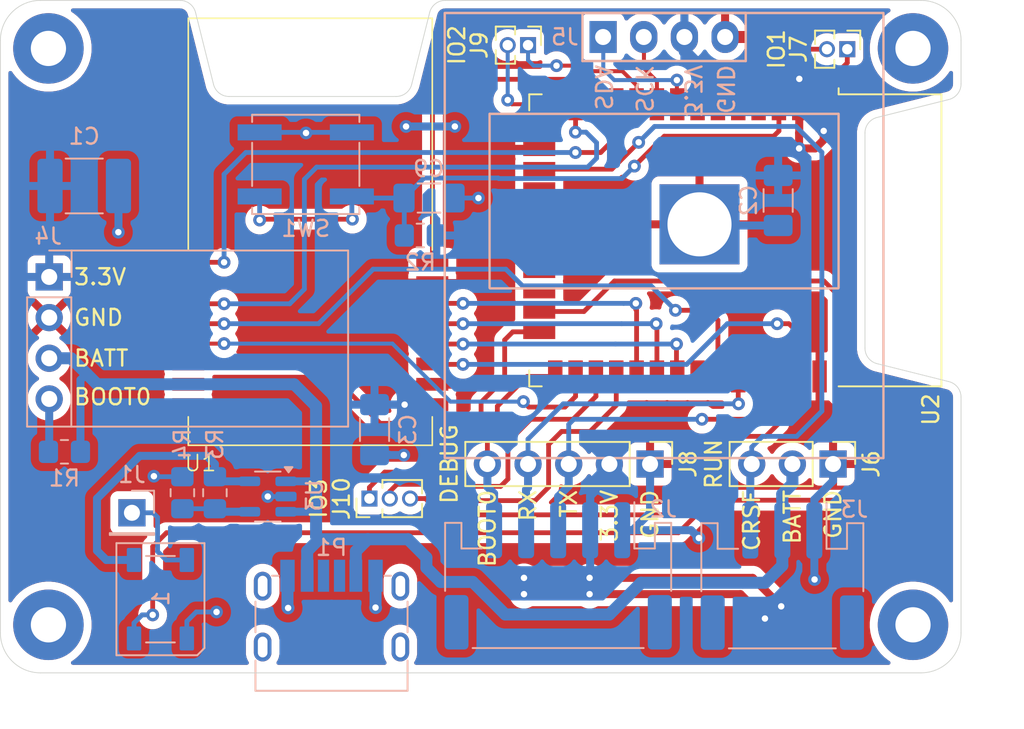
<source format=kicad_pcb>
(kicad_pcb (version 20241229) (generator "pcbnew") (generator_version "9.0")
  (layers (0 "F.Cu" signal) (2 "B.Cu" signal) (13 "F.Paste" user) (15 "B.Paste" user) (5 "F.SilkS" user "F.Silkscreen") (7 "B.SilkS" user "B.Silkscreen") (1 "F.Mask" user) (3 "B.Mask" user) (25 "Edge.Cuts" user))
  (net 0 "")
  (net 1 "Net-(D1-DOUT)")
  (net 2 "/OLED_SCK")
  (net 3 "/OLED_SDA")
  (net 4 "/ESP32_BOOT0")
  (net 5 "/ESP32_RX")
  (net 6 "/ESP32_TX")
  (net 7 "+3.3V")
  (net 8 "GND")
  (net 9 "+BATT")
  (net 10 "/CRSF_RX_TX")
  (net 12 "/E28_MISO_RX")
  (net 13 "/IO35")
  (net 16 "/E28_NSS_CTS")
  (net 18 "/E28_MISO_TX")
  (net 19 "/E28_RX_EN")
  (net 20 "/E28_NRESET")
  (net 21 "/IO34")
  (net 22 "/E28_DIO2")
  (net 23 "/E28_TX_EN")
  (net 24 "/IO25")
  (net 26 "/LED_RGB")
  (net 27 "/IO12")
  (net 28 "/E28_BUSY")
  (net 32 "/IO22")
  (net 33 "/E28_SCK_RTS")
  (net 34 "/IO17")
  (net 36 "/E28_DIO1")
  (net 37 "/IO16")
  (net 38 "Net-(J4-Pin_4)")
  (net 40 "+5V")
  (net 47 "/EN")
  (net 48 "Net-(U3-ADJ)")
  (footprint "Connector_PinHeader_2.54mm:PinHeader_1x05_P2.54mm_Vertical" (layer "F.Cu") (at 120.576 68.956 -90)
    (property "Reference" "J8")
    (property "Value" "DEBUG")
  )
  (footprint "Connector_PinHeader_1.27mm:PinHeader_1x03_P1.27mm_Vertical" (layer "F.Cu") (at 103.05 71.115 90)
    (property "Reference" "J10")
    (property "Value" "IO3")
  )
  (footprint "MountingHole:MountingHole_2.2mm_M2_Pad" (layer "F.Cu") (at 83 79)
    (property "Reference" "H2" (hide yes))
    (property "Value" "MountingHole" (hide yes))
  )
  (footprint "elrs_tx_full:E28-2G4M27S" (layer "F.Cu") (at 99.3548 55.0876)
    (property "Reference" "U1")
    (property "Value" "E28-2G4M27S-MY" (hide yes))
  )
  (footprint "MountingHole:MountingHole_2.2mm_M2_Pad" (layer "F.Cu") (at 83 43)
    (property "Reference" "H1" (hide yes))
    (property "Value" "MountingHole" (hide yes))
  )
  (footprint "MountingHole:MountingHole_2.2mm_M2_Pad" (layer "F.Cu") (at 137 79)
    (property "Reference" "H4" (hide yes))
    (property "Value" "MountingHole" (hide yes))
  )
  (footprint "Connector_PinHeader_2.54mm:PinHeader_1x03_P2.54mm_Vertical" (layer "F.Cu") (at 132.006 68.956 -90)
    (property "Reference" "J6")
    (property "Value" "RUN")
  )
  (footprint "Connector_PinHeader_1.27mm:PinHeader_1x02_P1.27mm_Vertical" (layer "F.Cu") (at 112.956 42.794 -90)
    (property "Reference" "J9")
    (property "Value" "IO2")
  )
  (footprint "elrs_tx_full:ESP32-WROOM-32_zhaw" (layer "F.Cu") (at 122.91 54.986 -90)
    (property "Reference" "U2")
    (property "Value" "ESP32-WROOM-32-MY")
  )
  (footprint "MountingHole:MountingHole_2.2mm_M2_Pad" (layer "F.Cu") (at 137 43)
    (property "Reference" "H3" (hide yes))
    (property "Value" "MountingHole" (hide yes))
  )
  (footprint "Connector_PinHeader_1.27mm:PinHeader_1x02_P1.27mm_Vertical" (layer "F.Cu") (at 132.895 43.048 -90)
    (property "Reference" "J7")
    (property "Value" "IO1")
  )
  (footprint "Capacitor_SMD:C_1206_3216Metric_Pad1.33x1.80mm_HandSolder" (layer "B.Cu") (at 106.7715 52.3444)
    (property "Reference" "C9")
    (property "Value" "10uF")
  )
  (footprint "elrs_tx_full:USB_C_DEALON_009" (layer "B.Cu") (at 100.6804 76.286 180)
    (property "Reference" "P1")
    (property "Value" "USB_C_Plug_USB2.0")
  )
  (footprint "elrs_tx_full:OLED_27.3x27.8mm_no_holes" (layer "B.Cu") (at 121.4528 42.286 180)
    (property "Reference" "J5")
    (property "Value" "OLED_I2C")
  )
  (footprint "Button_Switch_SMD:SW_SPST_EVQP0" (layer "B.Cu") (at 99.072 50.2428 180)
    (property "Reference" "SW1")
    (property "Value" "RESET")
  )
  (footprint "Connector_PinHeader_2.54mm:PinHeader_1x01_P2.54mm_Vertical" (layer "B.Cu") (at 88.2164 72.004 180)
    (property "Reference" "J1")
    (property "Value" "LED Chain")
  )
  (footprint "Connector_JST:JST_PH_S5B-PH-SM4-TB_1x05-1MP_P2.00mm_Horizontal" (layer "B.Cu") (at 114.8356 75.941 180)
    (property "Reference" "J2")
    (property "Value" "DEBUG")
  )
  (footprint "Resistor_SMD:R_0805_2012Metric_Pad1.20x1.40mm_HandSolder" (layer "B.Cu") (at 84 68.194)
    (property "Reference" "R1")
    (property "Value" "10k")
  )
  (footprint "elrs_tx_full:DC_DC_20x11" (layer "B.Cu") (at 83.048 57.272 180)
    (property "Reference" "J4")
    (property "Value" "DC_DC")
  )
  (footprint "Capacitor_SMD:C_1812_4532Metric_Pad1.57x3.40mm_HandSolder" (layer "B.Cu") (at 85.2363 51.5902)
    (property "Reference" "C1")
    (property "Value" "10uF")
  )
  (footprint "Capacitor_SMD:C_1206_3216Metric_Pad1.33x1.80mm_HandSolder" (layer "B.Cu") (at 103.368 66.8101 -90)
    (property "Reference" "C3")
    (property "Value" "10uF")
  )
  (footprint "LED_SMD:LED_WS2812B_PLCC4_5.0x5.0mm_P3.2mm" (layer "B.Cu") (at 89.9954 77.4004 -90)
    (property "Reference" "D1" (hide yes))
    (property "Value" "WS2812B")
  )
  (footprint "Resistor_SMD:R_0805_2012Metric_Pad1.20x1.40mm_HandSolder" (layer "B.Cu") (at 93.398 70.75 -90)
    (property "Reference" "R3")
    (property "Value" "56k")
  )
  (footprint "Connector_JST:JST_PH_S3B-PH-SM4-TB_1x03-1MP_P2.00mm_Horizontal" (layer "B.Cu") (at 128.8376 75.962 180)
    (property "Reference" "J3")
    (property "Value" "RUN")
  )
  (footprint "Resistor_SMD:R_0805_2012Metric_Pad1.20x1.40mm_HandSolder" (layer "B.Cu") (at 106.225 54.6812)
    (property "Reference" "R2")
    (property "Value" "10k")
  )
  (footprint "Resistor_SMD:R_0805_2012Metric_Pad1.20x1.40mm_HandSolder" (layer "B.Cu") (at 91.366 70.75 90)
    (property "Reference" "R4")
    (property "Value" "22k")
  )
  (footprint "Package_TO_SOT_SMD:SOT-23-5" (layer "B.Cu") (at 96.7 70.988 180)
    (property "Reference" "U3")
    (property "Value" "SPX3819M5-L")
  )
  (footprint "Capacitor_SMD:C_1206_3216Metric_Pad1.33x1.80mm_HandSolder" (layer "B.Cu") (at 128.577 52.4968 -90)
    (property "Reference" "C2")
    (property "Value" "10uF")
  )
  (gr_arc (start 94.280776 46) (mid 93.665376 45.788196) (end 93.310634 45.242536) (stroke (width 0.05)) (layer "Edge.Cuts"))
  (gr_arc (start 91.219224 40) (mid 91.834636 40.211794) (end 92.189366 40.757464) (stroke (width 0.05)) (layer "Edge.Cuts"))
  (gr_line (start 137.5 82) (end 82.5 82) (stroke (width 0.05)) (layer "Edge.Cuts"))
  (gr_arc (start 82.5 82) (mid 80.732233 81.267767) (end 80 79.5) (stroke (width 0.05)) (layer "Edge.Cuts"))
  (gr_arc (start 105.689366 45.242536) (mid 105.334638 45.788214) (end 104.719224 46) (stroke (width 0.05)) (layer "Edge.Cuts"))
  (gr_line (start 139.242536 46.189366) (end 134.757464 47.310634) (stroke (width 0.05)) (layer "Edge.Cuts"))
  (gr_arc (start 140 45.219224) (mid 139.788196 45.834624) (end 139.242536 46.189366) (stroke (width 0.05)) (layer "Edge.Cuts"))
  (gr_arc (start 106.810634 40.757464) (mid 107.165362 40.211786) (end 107.780776 40) (stroke (width 0.05)) (layer "Edge.Cuts"))
  (gr_line (start 134.757464 62.689366) (end 139.242536 63.810634) (stroke (width 0.05)) (layer "Edge.Cuts"))
  (gr_line (start 105.689366 45.242536) (end 106.810634 40.757464) (stroke (width 0.05)) (layer "Edge.Cuts"))
  (gr_arc (start 134.757464 62.689366) (mid 134.211786 62.334638) (end 134 61.719224) (stroke (width 0.05)) (layer "Edge.Cuts"))
  (gr_line (start 107.780776 40) (end 137.5 40) (stroke (width 0.05)) (layer "Edge.Cuts"))
  (gr_line (start 82.5 40) (end 91.219224 40) (stroke (width 0.05)) (layer "Edge.Cuts"))
  (gr_line (start 92.189366 40.757464) (end 93.310634 45.242536) (stroke (width 0.05)) (layer "Edge.Cuts"))
  (gr_line (start 140 64.780776) (end 140 79.5) (stroke (width 0.05)) (layer "Edge.Cuts"))
  (gr_arc (start 139.242536 63.810634) (mid 139.788214 64.165362) (end 140 64.780776) (stroke (width 0.05)) (layer "Edge.Cuts"))
  (gr_line (start 80 79.5) (end 80 42.5) (stroke (width 0.05)) (layer "Edge.Cuts"))
  (gr_line (start 140 45.219224) (end 140 42.5) (stroke (width 0.05)) (layer "Edge.Cuts"))
  (gr_line (start 134 48.280776) (end 134 61.719224) (stroke (width 0.05)) (layer "Edge.Cuts"))
  (gr_line (start 94.280776 46) (end 104.719224 46) (stroke (width 0.05)) (layer "Edge.Cuts"))
  (gr_arc (start 134 48.280776) (mid 134.211804 47.665376) (end 134.757464 47.310634) (stroke (width 0.05)) (layer "Edge.Cuts"))
  (gr_arc (start 80 42.5) (mid 80.732233 40.732233) (end 82.5 40) (stroke (width 0.05)) (layer "Edge.Cuts"))
  (gr_arc (start 140 79.5) (mid 139.267767 81.267767) (end 137.5 82) (stroke (width 0.05)) (layer "Edge.Cuts"))
  (gr_arc (start 137.5 40) (mid 139.267767 40.732233) (end 140 42.5) (stroke (width 0.05)) (layer "Edge.Cuts"))
  (gr_text "GND" (at 132.006 70.48 90) (layer "F.SilkS") (effects (font (size 1 1)) (justify right)))
  (gr_text "GND" (at 84.508 59.812 0) (layer "F.SilkS") (effects (font (size 1 1)) (justify left)))
  (gr_text "TX" (at 115.496 70.48 90) (layer "F.SilkS") (effects (font (size 1 1)) (justify right)))
  (gr_text "BOOT0" (at 84.508 64.765 0) (layer "F.SilkS") (effects (font (size 1 1)) (justify left)))
  (gr_text "BATT" (at 84.508 62.352 0) (layer "F.SilkS") (effects (font (size 1 1)) (justify left)))
  (gr_text "BATT" (at 129.466 70.48 90) (layer "F.SilkS") (effects (font (size 1 1)) (justify right)))
  (gr_text "RX" (at 112.956 70.48 90) (layer "F.SilkS") (effects (font (size 1 1)) (justify right)))
  (gr_text "BOOT0" (at 110.416 70.48 90) (layer "F.SilkS") (effects (font (size 1 1)) (justify right)))
  (gr_text "GND" (at 120.576 70.48 90) (layer "F.SilkS") (effects (font (size 1 1)) (justify right)))
  (gr_text "3.3V" (at 84.508 57.272 0) (layer "F.SilkS") (effects (font (size 1 1)) (justify left)))
  (gr_text "3.3V" (at 118.036 70.48 90) (layer "F.SilkS") (effects (font (size 1 1)) (justify right)))
  (gr_text "CRSF" (at 126.926 70.48 90) (layer "F.SilkS") (effects (font (size 1 1)) (justify right)))
  (gr_text "3.3V" (at 123.243 43.937 270) (layer "B.SilkS") (effects (font (size 1 1)) (justify right mirror)))
  (gr_text "SDA" (at 117.655 43.937 270) (layer "B.SilkS") (effects (font (size 1 1)) (justify right mirror)))
  (gr_text "GND" (at 125.275 43.937 270) (layer "B.SilkS") (effects (font (size 1 1)) (justify right mirror)))
  (gr_text "SCK" (at 120.195 43.937 270) (layer "B.SilkS") (effects (font (size 1 1)) (justify right mirror)))
  (segment (start 89.8166 72.2834) (end 89.8166 74.417) (width 0.3) (layer "B.Cu") (net 1))
  (segment (start 88.2164 72.004) (end 89.5372 72.004) (width 0.3) (layer "B.Cu") (net 1))
  (segment (start 90.35 74.9504) (end 91.6454 74.9504) (width 0.3) (layer "B.Cu") (net 1))
  (segment (start 89.8166 74.417) (end 90.35 74.9504) (width 0.3) (layer "B.Cu") (net 1))
  (segment (start 89.5372 72.004) (end 89.8166 72.2834) (width 0.3) (layer "B.Cu") (net 1))
  (segment (start 120.195 42.2982) (end 120.1828 42.286) (width 0.25) (layer "F.Cu") (net 2))
  (segment (start 121.005 45.0518) (end 120.195 44.2418) (width 0.25) (layer "F.Cu") (net 2))
  (segment (start 121.005 46.486) (end 121.005 45.0518) (width 0.25) (layer "F.Cu") (net 2))
  (segment (start 120.195 44.2418) (end 120.195 42.2982) (width 0.25) (layer "F.Cu") (net 2))
  (segment (start 122.2524 46.4634) (end 122.275 46.486) (width 0.25) (layer "F.Cu") (net 3))
  (segment (start 122.2524 44.9784) (end 122.2524 46.4634) (width 0.25) (layer "F.Cu") (net 3))
  (via (at 122.2524 44.9784) (size 0.8) (drill 0.4) (layers "F.Cu" "B.Cu") (net 3))
  (segment (start 118.3408 44.9784) (end 122.2524 44.9784) (width 0.25) (layer "B.Cu") (net 3))
  (segment (start 117.655 44.2926) (end 118.3408 44.9784) (width 0.25) (layer "B.Cu") (net 3))
  (segment (start 117.6428 42.286) (end 117.655 42.2982) (width 0.25) (layer "B.Cu") (net 3))
  (segment (start 117.655 42.2982) (end 117.655 44.2926) (width 0.25) (layer "B.Cu") (net 3))
  (segment (start 111.0388 66.0604) (end 110.416 66.6832) (width 0.3) (layer "F.Cu") (net 4))
  (segment (start 110.416 66.6832) (end 110.416 68.956) (width 0.3) (layer "F.Cu") (net 4))
  (segment (start 114.655 63.486) (end 112.902 63.486) (width 0.3) (layer "F.Cu") (net 4))
  (segment (start 111.0388 65.3492) (end 111.0388 66.0604) (width 0.3) (layer "F.Cu") (net 4))
  (segment (start 112.902 63.486) (end 111.0388 65.3492) (width 0.3) (layer "F.Cu") (net 4))
  (segment (start 110.416 70.3784) (end 110.8356 70.798) (width 0.5) (layer "B.Cu") (net 4))
  (segment (start 110.416 68.956) (end 110.416 70.3784) (width 0.5) (layer "B.Cu") (net 4))
  (segment (start 110.8356 70.798) (end 110.8356 73.5788) (width 0.5) (layer "B.Cu") (net 4))
  (segment (start 126.085 63.486) (end 126.085 65.003) (width 0.3) (layer "F.Cu") (net 5))
  (segment (start 126.085 65.003) (end 126.101 65.019) (width 0.25) (layer "F.Cu") (net 5))
  (segment (start 126.101 65.019) (end 126.101 65.1968) (width 0.25) (layer "F.Cu") (net 5))
  (via (at 126.101 65.1968) (size 0.8) (drill 0.4) (layers "F.Cu" "B.Cu") (net 5))
  (segment (start 112.829 70.5562) (end 112.829 70.9118) (width 0.5) (layer "B.Cu") (net 5))
  (segment (start 112.956 67.3944) (end 112.956 68.956) (width 0.3) (layer "B.Cu") (net 5))
  (segment (start 126.101 65.1968) (end 115.1536 65.1968) (width 0.3) (layer "B.Cu") (net 5))
  (segment (start 115.1536 65.1968) (end 112.956 67.3944) (width 0.3) (layer "B.Cu") (net 5))
  (segment (start 112.829 70.9118) (end 112.8356 70.9184) (width 0.5) (layer "B.Cu") (net 5))
  (segment (start 112.956 70.4292) (end 112.829 70.5562) (width 0.5) (layer "B.Cu") (net 5))
  (segment (start 112.8356 70.9184) (end 112.8356 73.5788) (width 0.5) (layer "B.Cu") (net 5))
  (segment (start 112.956 68.956) (end 112.956 70.4292) (width 0.5) (layer "B.Cu") (net 5))
  (segment (start 127.355 65.4922) (end 126.6852 66.162) (width 0.3) (layer "F.Cu") (net 6))
  (segment (start 126.6852 66.162) (end 123.815 66.162) (width 0.3) (layer "F.Cu") (net 6))
  (segment (start 127.355 63.486) (end 127.355 65.4922) (width 0.3) (layer "F.Cu") (net 6))
  (via (at 123.815 66.162) (size 0.8) (drill 0.4) (layers "F.Cu" "B.Cu") (net 6))
  (segment (start 115.496 68.956) (end 115.496 70.3276) (width 0.5) (layer "B.Cu") (net 6))
  (segment (start 115.496 66.48) (end 115.496 68.956) (width 0.3) (layer "B.Cu") (net 6))
  (segment (start 115.496 70.3276) (end 114.8356 70.988) (width 0.5) (layer "B.Cu") (net 6))
  (segment (start 115.814 66.162) (end 115.496 66.48) (width 0.3) (layer "B.Cu") (net 6))
  (segment (start 114.8356 70.988) (end 114.8356 73.5788) (width 0.5) (layer "B.Cu") (net 6))
  (segment (start 123.815 66.162) (end 115.814 66.162) (width 0.3) (layer "B.Cu") (net 6))
  (segment (start 126.228 77.084) (end 127.752 78.608) (width 0.5) (layer "F.Cu") (net 7))
  (segment (start 112.702 76.068) (end 116.8 76.068) (width 0.5) (layer "F.Cu") (net 7))
  (segment (start 129.895 44.905) (end 129.8978 44.9022) (width 0.5) (layer "F.Cu") (net 7))
  (segment (start 112.702 77.084) (end 116.8 77.084) (width 0.5) (layer "F.Cu") (net 7))
  (segment (start 129.895 46.486) (end 129.895 44.905) (width 0.5) (layer "F.Cu") (net 7))
  (segment (start 129.895 48.271) (end 129.895 46.486) (width 0.5) (layer "F.Cu") (net 7))
  (segment (start 126.99 76.068) (end 128.768 77.846) (width 0.5) (layer "F.Cu") (net 7))
  (segment (start 122.735 42.2982) (end 122.735 42.7554) (width 0.5) (layer "F.Cu") (net 7))
  (segment (start 116.8 76.068) (end 126.99 76.068) (width 0.5) (layer "F.Cu") (net 7))
  (segment (start 106.9748 65.2476) (end 105.2476 65.2476) (width 0.5) (layer "F.Cu") (net 7))
  (segment (start 129.8856 48.2804) (end 129.895 48.271) (width 0.5) (layer "F.Cu") (net 7))
  (segment (start 130.8884 49.2456) (end 129.8856 49.2456) (width 0.5) (layer "F.Cu") (net 7))
  (segment (start 116.8 77.084) (end 126.228 77.084) (width 0.5) (layer "F.Cu") (net 7))
  (segment (start 131.4218 48.1534) (end 131.4218 48.7122) (width 0.5) (layer "F.Cu") (net 7))
  (segment (start 129.8856 49.2456) (end 129.8856 48.2804) (width 0.5) (layer "F.Cu") (net 7))
  (segment (start 122.7228 42.286) (end 122.735 42.2982) (width 0.5) (layer "F.Cu") (net 7))
  (segment (start 131.4218 48.7122) (end 130.8884 49.2456) (width 0.5) (layer "F.Cu") (net 7))
  (via (at 116.8 77.084) (size 0.8) (drill 0.4) (layers "F.Cu" "B.Cu") (net 7))
  (via (at 127.752 78.608) (size 0.8) (drill 0.4) (layers "F.Cu" "B.Cu") (net 7))
  (via (at 131.4218 48.1534) (size 0.8) (drill 0.4) (layers "F.Cu" "B.Cu") (net 7))
  (via (at 112.702 77.084) (size 0.8) (drill 0.4) (layers "F.Cu" "B.Cu") (net 7))
  (via (at 105.2476 65.2476) (size 0.8) (drill 0.4) (layers "F.Cu" "B.Cu") (net 7))
  (via (at 129.8978 44.9022) (size 0.8) (drill 0.4) (layers "F.Cu" "B.Cu") (net 7))
  (via (at 129.8856 49.2456) (size 0.8) (drill 0.4) (layers "F.Cu" "B.Cu") (net 7))
  (via (at 128.768 77.846) (size 0.8) (drill 0.4) (layers "F.Cu" "B.Cu") (net 7))
  (via (at 116.8 76.068) (size 0.8) (drill 0.4) (layers "F.Cu" "B.Cu") (net 7))
  (via (at 112.702 76.068) (size 0.8) (drill 0.4) (layers "F.Cu" "B.Cu") (net 7))
  (segment (start 118.036 69.0952) (end 118.036 67.6352) (width 1.6) (layer "B.Cu") (net 7))
  (segment (start 125.656 46.096) (end 122.735 43.175) (width 0.75) (layer "B.Cu") (net 7))
  (segment (start 118.036 67.496) (end 118.0492 67.4828) (width 0.5) (layer "B.Cu") (net 7))
  (segment (start 116.8356 70.9692) (end 116.8356 73.5788) (width 0.5) (layer "B.Cu") (net 7))
  (segment (start 118.036 68.7904) (end 118.036 70.226) (width 1.6) (layer "B.Cu") (net 7))
  (segment (start 122.735 43.175) (end 122.735 42.2982) (width 0.5) (layer "B.Cu") (net 7))
  (segment (start 118.036 70.3916) (end 117.4132 70.3916) (width 0.5) (layer "B.Cu") (net 7))
  (segment (start 117.4132 70.3916) (end 116.8356 70.9692) (width 0.5) (layer "B.Cu") (net 7))
  (segment (start 122.735 42.2982) (end 122.7228 42.286) (width 0.5) (layer "B.Cu") (net 7))
  (segment (start 105.2476 65.2476) (end 103.368 65.2476) (width 0.5) (layer "B.Cu") (net 7))
  (segment (start 125.2628 42.286) (end 127.053 42.286) (width 0.75) (layer "F.Cu") (net 8))
  (segment (start 96.1724 57.6276) (end 96.2 57.6) (width 0.5) (layer "F.Cu") (net 8))
  (segment (start 106.987 64.003) (end 108.892 64.003) (width 0.5) (layer "F.Cu") (net 8))
  (segment (start 99.0876 48.2804) (end 99.2908 48.4836) (width 0.3) (layer "F.Cu") (net 8))
  (segment (start 106.9748 57.6276) (end 104.4348 57.6276) (width 0.5) (layer "F.Cu") (net 8))
  (segment (start 106.987 57.653) (end 108.892 57.653) (width 0.5) (layer "F.Cu") (net 8))
  (segment (start 105.273 64.003) (end 104.384 63.114) (width 0.5) (layer "F.Cu") (net 8))
  (segment (start 104.4348 57.6276) (end 104.3332 57.7292) (width 0.5) (layer "F.Cu") (net 8))
  (segment (start 91.747 57.653) (end 89.6774 57.653) (width 0.5) (layer "F.Cu") (net 8))
  (segment (start 89.6774 57.653) (end 89.652 57.6276) (width 0.5) (layer "F.Cu") (net 8))
  (segment (start 106.987 64.003) (end 105.273 64.003) (width 0.5) (layer "F.Cu") (net 8))
  (segment (start 91.7348 57.6276) (end 96.1724 57.6276) (width 0.5) (layer "F.Cu") (net 8))
  (via (at 130.8508 76.1696) (size 0.8) (drill 0.4) (layers "F.Cu" "B.Cu") (net 8))
  (via (at 123.624 73.5788) (size 0.8) (drill 0.4) (layers "F.Cu" "B.Cu") (net 8))
  (via (at 89.588 69.718) (size 0.8) (drill 0.4) (layers "F.Cu" "B.Cu") (net 8))
  (via (at 109.8572 52.3444) (size 0.8) (drill 0.4) (layers "F.Cu" "B.Cu") (net 8))
  (via (at 108.384 47.874) (size 0.8) (drill 0.4) (layers "F.Cu" "B.Cu") (net 8))
  (via (at 96.7 70.988) (size 0.8) (drill 0.4) (layers "F.Cu" "B.Cu") (net 8))
  (via (at 105.336 47.874) (size 0.8) (drill 0.4) (layers "F.Cu" "B.Cu") (net 8))
  (via (at 87.366 54.478) (size 0.8) (drill 0.4) (layers "F.Cu" "B.Cu") (net 8))
  (via (at 97.97 77.9476) (size 0.8) (drill 0.4) (layers "F.Cu" "B.Cu") (net 8))
  (via (at 103.4304 77.9216) (size 0.8) (drill 0.4) (layers "F.Cu" "B.Cu") (net 8))
  (via (at 93.4996 78.1994) (size 0.8) (drill 0.4) (layers "F.Cu" "B.Cu") (net 8))
  (via (at 99.0876 48.2804) (size 0.8) (drill 0.4) (layers "F.Cu" "B.Cu") (net 8))
  (via (at 105.1968 68.3972) (size 0.8) (drill 0.4) (layers "F.Cu" "B.Cu") (net 8))
  (segment (start 123.624 73.5788) (end 123.1362 73.091) (width 0.5) (layer "B.Cu") (net 8))
  (segment (start 132.006 68.956) (end 132.006 70.0101) (width 0.5) (layer "B.Cu") (net 8))
  (segment (start 105.336 47.874) (end 108.384 47.874) (width 0.5) (layer "B.Cu") (net 8))
  (segment (start 104.2578 68.3726) (end 103.368 68.3726) (width 0.5) (layer "B.Cu") (net 8))
  (segment (start 123.7383 54.0593) (end 123.665 53.986) (width 0.5) (layer "B.Cu") (net 8))
  (segment (start 120.576 68.956) (end 120.576 72.004) (width 0.5) (layer "B.Cu") (net 8))
  (segment (start 103.4564 77.9476) (end 103.4304 77.9216) (width 0.75) (layer "B.Cu") (net 8))
  (segment (start 128.577 54.0593) (end 123.7383 54.0593) (width 0.5) (layer "B.Cu") (net 8))
  (segment (start 92.2296 78.1994) (end 91.6454 78.7836) (width 0.3) (layer "B.Cu") (net 8))
  (segment (start 89.62 69.75) (end 89.588 69.718) (width 0.3) (layer "B.Cu") (net 8))
  (segment (start 130.8376 76.1564) (end 130.8508 76.1696) (width 0.5) (layer "B.Cu") (net 8))
  (segment (start 132.006 70.0101) (end 130.8376 71.1785) (width 0.5) (layer "B.Cu") (net 8))
  (segment (start 96.192 48.2428) (end 99.05 48.2428) (width 0.3) (layer "B.Cu") (net 8))
  (segment (start 109.8572 52.3444) (end 108.5872 52.3444) (width 0.3) (layer "B.Cu") (net 8))
  (segment (start 124.8109 52.8401) (end 123.665 53.986) (width 0.75) (layer "B.Cu") (net 8))
  (segment (start 104.2824 68.3972) (end 104.2578 68.3726) (width 0.5) (layer "B.Cu") (net 8))
  (segment (start 87.3738 54.478) (end 87.366 54.4858) (width 0.5) (layer "B.Cu") (net 8))
  (segment (start 120.576 72.004) (end 119.489 73.091) (width 0.5) (layer "B.Cu") (net 8))
  (segment (start 119.489 73.091) (end 118.8356 73.091) (width 0.5) (layer "B.Cu") (net 8))
  (segment (start 103.4304 76.286) (end 103.4304 77.9216) (width 0.75) (layer "B.Cu") (net 8))
  (segment (start 105.1968 68.3972) (end 104.2824 68.3972) (width 0.5) (layer "B.Cu") (net 8))
  (segment (start 87.3738 51.5902) (end 87.3738 54.478) (width 0.5) (layer "B.Cu") (net 8))
  (segment (start 97.9304 77.908) (end 97.97 77.9476) (width 0.75) (layer "B.Cu") (net 8))
  (segment (start 123.1362 73.091) (end 119.3234 73.091) (width 0.5) (layer "B.Cu") (net 8))
  (segment (start 91.6454 78.7836) (end 91.6454 79.8504) (width 0.3) (layer "B.Cu") (net 8))
  (segment (start 97.9304 76.286) (end 97.9304 77.908) (width 0.75) (layer "B.Cu") (net 8))
  (segment (start 93.4996 78.1994) (end 92.2296 78.1994) (width 0.3) (layer "B.Cu") (net 8))
  (segment (start 130.8376 71.1785) (end 130.8376 76.1564) (width 0.5) (layer "B.Cu") (net 8))
  (segment (start 97.8375 70.988) (end 96.7 70.988) (width 0.3) (layer "B.Cu") (net 8))
  (segment (start 101.952 48.2428) (end 99.1252 48.2428) (width 0.3) (layer "B.Cu") (net 8))
  (segment (start 99.1252 48.2428) (end 99.0876 48.2804) (width 0.3) (layer "B.Cu") (net 8))
  (segment (start 91.366 69.75) (end 89.62 69.75) (width 0.3) (layer "B.Cu") (net 8))
  (segment (start 99.05 48.2428) (end 99.0876 48.2804) (width 0.3) (layer "B.Cu") (net 8))
  (segment (start 128.831 71.115) (end 128.8376 71.1216) (width 0.75) (layer "B.Cu") (net 9))
  (segment (start 102.2004 76.286) (end 102.2004 74.403) (width 0.75) (layer "B.Cu") (net 9))
  (segment (start 99.5285 70.038) (end 99.7165 70.226) (width 0.5) (layer "B.Cu") (net 9))
  (segment (start 106.606 74.798) (end 105.463 73.655) (width 0.75) (layer "B.Cu") (net 9))
  (segment (start 99.9004 73.655) (end 102.9484 73.655) (width 0.75) (layer "B.Cu") (net 9))
  (segment (start 107.495 76.322) (end 106.606 75.433) (width 0.75) (layer "B.Cu") (net 9))
  (segment (start 99.7165 70.226) (end 99.7165 71.75) (width 0.75) (layer "B.Cu") (net 9))
  (segment (start 127.7642 76.3728) (end 120.0172 76.3728) (width 0.75) (layer "B.Cu") (net 9))
  (segment (start 98.351 63.9776) (end 86.0452 63.9776) (width 0.75) (layer "B.Cu") (net 9))
  (segment (start 128.831 70.8356) (end 128.831 71.115) (width 0.75) (layer "B.Cu") (net 9))
  (segment (start 111.5336 78.354) (end 109.5016 76.322) (width 0.75) (layer "B.Cu") (net 9))
  (segment (start 106.606 75.433) (end 106.606 74.798) (width 0.75) (layer "B.Cu") (net 9))
  (segment (start 105.463 73.655) (end 102.9484 73.655) (width 0.75) (layer "B.Cu") (net 9))
  (segment (start 128.8376 75.2994) (end 127.7642 76.3728) (width 0.75) (layer "B.Cu") (net 9))
  (segment (start 129.466 70.2006) (end 128.831 70.8356) (width 0.75) (layer "B.Cu") (net 9))
  (segment (start 85 68.194) (end 85 63.702) (width 0.5) (layer "B.Cu") (net 9))
  (segment (start 99.1604 74.395) (end 99.9004 73.655) (width 0.75) (layer "B.Cu") (net 9))
  (segment (start 118.036 78.354) (end 111.5336 78.354) (width 0.75) (layer "B.Cu") (net 9))
  (segment (start 128.8376 71.1216) (end 128.8376 75.2994) (width 0.75) (layer "B.Cu") (net 9))
  (segment (start 99.7165 70.226) (end 99.7165 65.3431) (width 0.75) (layer "B.Cu") (net 9))
  (segment (start 99.5285 71.938) (end 99.7165 71.75) (width 0.5) (layer "B.Cu") (net 9))
  (segment (start 97.8375 70.038) (end 99.5285 70.038) (width 0.5) (layer "B.Cu") (net 9))
  (segment (start 129.466 68.956) (end 129.466 70.2006) (width 0.75) (layer "B.Cu") (net 9))
  (segment (start 99.7165 71.75) (end 99.7165 73.4711) (width 0.75) (layer "B.Cu") (net 9))
  (segment (start 109.5016 76.322) (end 107.495 76.322) (width 0.75) (layer "B.Cu") (net 9))
  (segment (start 97.8375 71.938) (end 99.5285 71.938) (width 0.5) (layer "B.Cu") (net 9))
  (segment (start 85 63.702) (end 85.3848 63.3172) (width 0.5) (layer "B.Cu") (net 9))
  (segment (start 86.0452 63.9776) (end 85.3848 63.3172) (width 0.75) (layer "B.Cu") (net 9))
  (segment (start 85.3848 63.3172) (end 84.4196 62.352) (width 0.75) (layer "B.Cu") (net 9))
  (segment (start 99.7165 65.3431) (end 98.351 63.9776) (width 0.75) (layer "B.Cu") (net 9))
  (segment (start 120.0172 76.3728) (end 118.036 78.354) (width 0.75) (layer "B.Cu") (net 9))
  (segment (start 102.2004 74.403) (end 102.9484 73.655) (width 0.75) (layer "B.Cu") (net 9))
  (segment (start 84.4196 62.352) (end 83.048 62.352) (width 0.75) (layer "B.Cu") (net 9))
  (segment (start 99.1604 76.286) (end 99.1604 74.395) (width 0.75) (layer "B.Cu") (net 9))
  (segment (start 99.7165 73.4711) (end 99.9004 73.655) (width 0.75) (layer "B.Cu") (net 9))
  (segment (start 119.8648 48.8646) (end 118.1884 50.541) (width 0.3) (layer "F.Cu") (net 10))
  (segment (start 118.1884 50.541) (end 113.655 50.541) (width 0.3) (layer "F.Cu") (net 10))
  (segment (start 126.9392 68.956) (end 126.926 68.956) (width 0.3) (layer "F.Cu") (net 10))
  (via (at 119.8648 48.8646) (size 0.8) (drill 0.4) (layers "F.Cu" "B.Cu") (net 10))
  (segment (start 129.6946 47.874) (end 131.308 49.4874) (width 0.3) (layer "B.Cu") (net 10))
  (segment (start 126.8376 69.0444) (end 126.8376 73.5788) (width 0.5) (layer "B.Cu") (net 10))
  (segment (start 120.8554 47.874) (end 129.6946 47.874) (width 0.3) (layer "B.Cu") (net 10))
  (segment (start 131.308 65.654) (end 129.7332 67.2288) (width 0.3) (layer "B.Cu") (net 10))
  (segment (start 126.926 68.956) (end 126.8376 69.0444) (width 0.5) (layer "B.Cu") (net 10))
  (segment (start 127.5996 67.2288) (end 126.926 67.9024) (width 0.3) (layer "B.Cu") (net 10))
  (segment (start 126.926 67.9024) (end 126.926 68.956) (width 0.3) (layer "B.Cu") (net 10))
  (segment (start 129.7332 67.2288) (end 127.5996 67.2288) (width 0.3) (layer "B.Cu") (net 10))
  (segment (start 119.8648 48.8646) (end 120.8554 47.874) (width 0.3) (layer "B.Cu") (net 10))
  (segment (start 131.308 49.4874) (end 131.308 65.654) (width 0.3) (layer "B.Cu") (net 10))
  (segment (start 122.227 63.438) (end 122.275 63.486) (width 0.3) (layer "F.Cu") (net 12))
  (segment (start 122.227 61.463) (end 122.227 63.438) (width 0.3) (layer "F.Cu") (net 12))
  (segment (start 106.987 61.463) (end 108.892 61.463) (width 0.3) (layer "F.Cu") (net 12))
  (via (at 108.892 61.463) (size 0.8) (drill 0.4) (layers "F.Cu" "B.Cu") (net 12))
  (via (at 122.227 61.463) (size 0.8) (drill 0.4) (layers "F.Cu" "B.Cu") (net 12))
  (segment (start 108.892 61.463) (end 118.417 61.463) (width 0.3) (layer "B.Cu") (net 12))
  (segment (start 118.417 61.463) (end 122.227 61.463) (width 0.3) (layer "B.Cu") (net 12))
  (segment (start 123.545 46.486) (end 123.545 45.0198) (width 0.3) (layer "F.Cu") (net 13))
  (segment (start 124.5008 44.8768) (end 125.212 44.1656) (width 0.3) (layer "F.Cu") (net 13))
  (segment (start 123.688 44.8768) (end 124.5008 44.8768) (width 0.3) (layer "F.Cu") (net 13))
  (segment (start 127.9552 43.048) (end 131.625 43.048) (width 0.3) (layer "F.Cu") (net 13))
  (segment (start 126.8376 44.1656) (end 127.9552 43.048) (width 0.3) (layer "F.Cu") (net 13))
  (segment (start 123.545 45.0198) (end 123.688 44.8768) (width 0.3) (layer "F.Cu") (net 13))
  (segment (start 125.212 44.1656) (end 126.8376 44.1656) (width 0.3) (layer "F.Cu") (net 13))
  (segment (start 119.687 58.923) (end 119.687 59.304) (width 0.3) (layer "F.Cu") (net 16))
  (segment (start 119.687 59.304) (end 119.735 59.352) (width 0.3) (layer "F.Cu") (net 16))
  (segment (start 119.735 59.352) (end 119.735 63.486) (width 0.3) (layer "F.Cu") (net 16))
  (segment (start 106.987 58.923) (end 108.892 58.923) (width 0.3) (layer "F.Cu") (net 16))
  (via (at 108.892 58.923) (size 0.8) (drill 0.4) (layers "F.Cu" "B.Cu") (net 16))
  (via (at 119.687 58.923) (size 0.8) (drill 0.4) (layers "F.Cu" "B.Cu") (net 16))
  (segment (start 118.925 58.923) (end 119.687 58.923) (width 0.3) (layer "B.Cu") (net 16))
  (segment (start 118.925 58.923) (end 108.892 58.923) (width 0.3) (layer "B.Cu") (net 16))
  (segment (start 106.987 62.733) (end 108.892 62.733) (width 0.3) (layer "F.Cu") (net 18))
  (segment (start 129.2506 60.193) (end 129.895 60.8374) (width 0.3) (layer "F.Cu") (net 18))
  (segment (start 129.895 60.8374) (end 129.895 63.486) (width 0.3) (layer "F.Cu") (net 18))
  (segment (start 128.514 60.193) (end 129.2506 60.193) (width 0.3) (layer "F.Cu") (net 18))
  (via (at 128.514 60.193) (size 0.8) (drill 0.4) (layers "F.Cu" "B.Cu") (net 18))
  (via (at 108.892 62.733) (size 0.8) (drill 0.4) (layers "F.Cu" "B.Cu") (net 18))
  (segment (start 128.514 60.193) (end 125.402 60.193) (width 0.3) (layer "B.Cu") (net 18))
  (segment (start 122.862 62.733) (end 108.892 62.733) (width 0.3) (layer "B.Cu") (net 18))
  (segment (start 125.402 60.193) (end 122.862 62.733) (width 0.3) (layer "B.Cu") (net 18))
  (segment (start 117.195 45.3058) (end 117.195 46.486) (width 0.3) (layer "F.Cu") (net 19))
  (segment (start 106.987 56.383) (end 106.987 46.731) (width 0.3) (layer "F.Cu") (net 19))
  (segment (start 108.7904 44.9276) (end 116.8168 44.9276) (width 0.3) (layer "F.Cu") (net 19))
  (segment (start 116.8168 44.9276) (end 117.195 45.3058) (width 0.3) (layer "F.Cu") (net 19))
  (segment (start 106.987 46.731) (end 108.7904 44.9276) (width 0.3) (layer "F.Cu") (net 19))
  (segment (start 115.925 46.486) (end 115.925 48.2202) (width 0.3) (layer "F.Cu") (net 20))
  (segment (start 115.925 48.2202) (end 115.9156 48.2296) (width 0.3) (layer "F.Cu") (net 20))
  (segment (start 93.97 58.9484) (end 91.7724 58.9484) (width 0.3) (layer "F.Cu") (net 20))
  (segment (start 91.7724 58.9484) (end 91.747 58.923) (width 0.3) (layer "F.Cu") (net 20))
  (via (at 115.9156 48.2296) (size 0.8) (drill 0.4) (layers "F.Cu" "B.Cu") (net 20))
  (via (at 93.97 58.9484) (size 0.8) (drill 0.4) (layers "F.Cu" "B.Cu") (net 20))
  (segment (start 117.2364 48.89) (end 116.576 48.2296) (width 0.3) (layer "B.Cu") (net 20))
  (segment (start 116.576 48.2296) (end 115.9156 48.2296) (width 0.3) (layer "B.Cu") (net 20))
  (segment (start 116.6776 50.414) (end 117.2364 49.8552) (width 0.3) (layer "B.Cu") (net 20))
  (segment (start 98.0716 58.9484) (end 98.986 58.034) (width 0.3) (layer "B.Cu") (net 20))
  (segment (start 117.2364 49.8552) (end 117.2364 48.89) (width 0.3) (layer "B.Cu") (net 20))
  (segment (start 93.97 58.9484) (end 94.1224 58.9484) (width 0.3) (layer "B.Cu") (net 20))
  (segment (start 98.986 58.034) (end 98.986 51.176) (width 0.3) (layer "B.Cu") (net 20))
  (segment (start 98.986 51.176) (end 99.748 50.414) (width 0.3) (layer "B.Cu") (net 20))
  (segment (start 93.97 58.9484) (end 98.0716 58.9484) (width 0.3) (layer "B.Cu") (net 20))
  (segment (start 99.748 50.414) (end 116.6776 50.414) (width 0.3) (layer "B.Cu") (net 20))
  (segment (start 124.815 45.4262) (end 125.466 44.7752) (width 0.3) (layer "F.Cu") (net 21))
  (segment (start 128.3108 43.8608) (end 130.5968 43.8608) (width 0.3) (layer "F.Cu") (net 21))
  (segment (start 130.5968 43.8608) (end 131.054 44.318) (width 0.3) (layer "F.Cu") (net 21))
  (segment (start 131.054 44.318) (end 132.4764 44.318) (width 0.3) (layer "F.Cu") (net 21))
  (segment (start 132.4764 44.318) (end 132.895 43.8994) (width 0.3) (layer "F.Cu") (net 21))
  (segment (start 125.466 44.7752) (end 127.3964 44.7752) (width 0.3) (layer "F.Cu") (net 21))
  (segment (start 132.895 43.8994) (end 132.895 43.048) (width 0.3) (layer "F.Cu") (net 21))
  (segment (start 124.815 46.486) (end 124.815 45.4262) (width 0.3) (layer "F.Cu") (net 21))
  (segment (start 127.3964 44.7752) (end 128.3108 43.8608) (width 0.3) (layer "F.Cu") (net 21))
  (segment (start 103.7236 66.416) (end 100.0406 62.733) (width 0.3) (layer "F.Cu") (net 22))
  (segment (start 110.0228 65.8572) (end 109.464 66.416) (width 0.3) (layer "F.Cu") (net 22))
  (segment (start 100.0406 62.733) (end 91.747 62.733) (width 0.3) (layer "F.Cu") (net 22))
  (segment (start 110.0228 65.0952) (end 110.0228 65.8572) (width 0.3) (layer "F.Cu") (net 22))
  (segment (start 109.464 66.416) (end 103.7236 66.416) (width 0.3) (layer "F.Cu") (net 22))
  (segment (start 111.496 61.209) (end 111.496 63.622) (width 0.3) (layer "F.Cu") (net 22))
  (segment (start 113.655 60.701) (end 112.004 60.701) (width 0.3) (layer "F.Cu") (net 22))
  (segment (start 112.004 60.701) (end 111.496 61.209) (width 0.3) (layer "F.Cu") (net 22))
  (segment (start 111.496 63.622) (end 110.0228 65.0952) (width 0.3) (layer "F.Cu") (net 22))
  (segment (start 117.5412 49.4488) (end 117.4904 49.4996) (width 0.3) (layer "F.Cu") (net 23))
  (segment (start 118.465 48.525) (end 117.5412 49.4488) (width 0.3) (layer "F.Cu") (net 23))
  (segment (start 117.4904 49.4996) (end 115.9156 49.4996) (width 0.3) (layer "F.Cu") (net 23))
  (segment (start 93.97 56.3576) (end 91.7724 56.3576) (width 0.3) (layer "F.Cu") (net 23))
  (segment (start 91.7724 56.3576) (end 91.747 56.383) (width 0.3) (layer "F.Cu") (net 23))
  (segment (start 118.465 46.486) (end 118.465 48.525) (width 0.3) (layer "F.Cu") (net 23))
  (via (at 93.97 56.3576) (size 0.8) (drill 0.4) (layers "F.Cu" "B.Cu") (net 23))
  (via (at 115.9156 49.4996) (size 0.8) (drill 0.4) (layers "F.Cu" "B.Cu") (net 23))
  (segment (start 95.3284 49.4996) (end 93.97 50.858) (width 0.3) (layer "B.Cu") (net 23))
  (segment (start 115.9156 49.4996) (end 95.3284 49.4996) (width 0.3) (layer "B.Cu") (net 23))
  (segment (start 93.97 50.858) (end 93.97 56.3576) (width 0.3) (layer "B.Cu") (net 23))
  (segment (start 118.8488 44.4196) (end 119.735 45.3058) (width 0.25) (layer "F.Cu") (net 24))
  (segment (start 116.258 44.4196) (end 118.8488 44.4196) (width 0.25) (layer "F.Cu") (net 24))
  (segment (start 115.9144 44.076) (end 116.258 44.4196) (width 0.25) (layer "F.Cu") (net 24))
  (segment (start 119.735 45.3058) (end 119.735 46.486) (width 0.25) (layer "F.Cu") (net 24))
  (segment (start 114.734 44.076) (end 115.9144 44.076) (width 0.25) (layer "F.Cu") (net 24))
  (via (at 114.734 44.076) (size 0.8) (drill 0.4) (layers "F.Cu" "B.Cu") (net 24))
  (segment (start 114.734 44.076) (end 113.2996 44.076) (width 0.25) (layer "B.Cu") (net 24))
  (segment (start 113.2996 44.076) (end 112.956 43.7324) (width 0.25) (layer "B.Cu") (net 24))
  (segment (start 112.956 43.7324) (end 112.956 42.794) (width 0.25) (layer "B.Cu") (net 24))
  (segment (start 116.449 59.431) (end 113.655 59.431) (width 0.3) (layer "F.Cu") (net 26))
  (segment (start 90.3754 73.2486) (end 122.354 73.2486) (width 0.3) (layer "F.Cu") (net 26))
  (segment (start 118.354 57.526) (end 116.449 59.431) (width 0.3) (layer "F.Cu") (net 26))
  (segment (start 132.324 58.415) (end 131.435 57.526) (width 0.3) (layer "F.Cu") (net 26))
  (segment (start 134.61 66.924) (end 132.324 64.638) (width 0.3) (layer "F.Cu") (net 26))
  (segment (start 122.354 73.2486) (end 124.386 71.2166) (width 0.3) (layer "F.Cu") (net 26))
  (segment (start 89.5118 74.1122) (end 90.3754 73.2486) (width 0.3) (layer "F.Cu") (net 26))
  (segment (start 133.4284 71.2166) (end 134.61 70.035) (width 0.3) (layer "F.Cu") (net 26))
  (segment (start 134.61 70.035) (end 134.61 66.924) (width 0.3) (layer "F.Cu") (net 26))
  (segment (start 124.386 71.2166) (end 133.4284 71.2166) (width 0.3) (layer "F.Cu") (net 26))
  (segment (start 131.435 57.526) (end 118.354 57.526) (width 0.3) (layer "F.Cu") (net 26))
  (segment (start 132.324 64.638) (end 132.324 58.415) (width 0.3) (layer "F.Cu") (net 26))
  (segment (start 89.5118 78.3794) (end 89.5118 74.1122) (width 0.3) (layer "F.Cu") (net 26))
  (via (at 89.5118 78.3794) (size 0.8) (drill 0.4) (layers "F.Cu" "B.Cu") (net 26))
  (segment (start 89.5118 78.3794) (end 88.8514 78.3794) (width 0.3) (layer "B.Cu") (net 26))
  (segment (start 88.3454 78.8854) (end 88.3454 79.8504) (width 0.3) (layer "B.Cu") (net 26))
  (segment (start 88.8514 78.3794) (end 88.3454 78.8854) (width 0.3) (layer "B.Cu") (net 26))
  (segment (start 111.949 46.486) (end 111.686 46.223) (width 0.25) (layer "F.Cu") (net 27))
  (segment (start 114.655 46.486) (end 111.949 46.486) (width 0.25) (layer "F.Cu") (net 27))
  (via (at 111.686 46.223) (size 0.8) (drill 0.4) (layers "F.Cu" "B.Cu") (net 27))
  (segment (start 111.686 46.223) (end 111.686 42.794) (width 0.25) (layer "B.Cu") (net 27))
  (segment (start 122.164 59.3548) (end 124.196 59.3548) (width 0.3) (layer "F.Cu") (net 28))
  (segment (start 124.815 59.9738) (end 124.815 63.486) (width 0.3) (layer "F.Cu") (net 28))
  (segment (start 124.196 59.3548) (end 124.815 59.9738) (width 0.3) (layer "F.Cu") (net 28))
  (segment (start 93.97 60.193) (end 91.747 60.193) (width 0.3) (layer "F.Cu") (net 28))
  (via (at 122.164 59.3548) (size 0.8) (drill 0.4) (layers "F.Cu" "B.Cu") (net 28))
  (via (at 93.97 60.193) (size 0.8) (drill 0.4) (layers "F.Cu" "B.Cu") (net 28))
  (segment (start 120.64 57.8308) (end 112.6136 57.8308) (width 0.3) (layer "B.Cu") (net 28))
  (segment (start 111.5722 56.7894) (end 103.2786 56.7894) (width 0.3) (layer "B.Cu") (net 28))
  (segment (start 122.164 59.3548) (end 120.64 57.8308) (width 0.3) (layer "B.Cu") (net 28))
  (segment (start 112.6136 57.8308) (end 111.5722 56.7894) (width 0.3) (layer "B.Cu") (net 28))
  (segment (start 99.875 60.193) (end 93.97 60.193) (width 0.3) (layer "B.Cu") (net 28))
  (segment (start 103.2786 56.7894) (end 99.875 60.193) (width 0.3) (layer "B.Cu") (net 28))
  (segment (start 125.0596 67.2288) (end 124.196 68.0924) (width 0.3) (layer "F.Cu") (net 32))
  (segment (start 106.543 71.115) (end 105.59 71.115) (width 0.3) (layer "F.Cu") (net 32))
  (segment (start 128.625 63.486) (end 128.625 66.4066) (width 0.3) (layer "F.Cu") (net 32))
  (segment (start 121.529 72.131) (end 107.559 72.131) (width 0.3) (layer "F.Cu") (net 32))
  (segment (start 107.559 72.131) (end 106.543 71.115) (width 0.3) (layer "F.Cu") (net 32))
  (segment (start 124.196 69.464) (end 121.529 72.131) (width 0.3) (layer "F.Cu") (net 32))
  (segment (start 128.625 66.4066) (end 127.8028 67.2288) (width 0.3) (layer "F.Cu") (net 32))
  (segment (start 127.8028 67.2288) (end 125.0596 67.2288) (width 0.3) (layer "F.Cu") (net 32))
  (segment (start 124.196 68.0924) (end 124.196 69.464) (width 0.3) (layer "F.Cu") (net 32))
  (segment (start 120.957 60.193) (end 121.005 60.241) (width 0.3) (layer "F.Cu") (net 33))
  (segment (start 106.987 60.193) (end 108.892 60.193) (width 0.3) (layer "F.Cu") (net 33))
  (segment (start 121.005 60.241) (end 121.005 63.486) (width 0.3) (layer "F.Cu") (net 33))
  (via (at 120.957 60.193) (size 0.8) (drill 0.4) (layers "F.Cu" "B.Cu") (net 33))
  (via (at 108.892 60.193) (size 0.8) (drill 0.4) (layers "F.Cu" "B.Cu") (net 33))
  (segment (start 108.892 60.193) (end 118.798 60.193) (width 0.3) (layer "B.Cu") (net 33))
  (segment (start 118.798 60.193) (end 120.957 60.193) (width 0.3) (layer "B.Cu") (net 33))
  (segment (start 114.2392 70.4038) (end 114.2392 67.7368) (width 0.3) (layer "F.Cu") (net 34))
  (segment (start 104.765 70.226) (end 106.797 70.226) (width 0.3) (layer "F.Cu") (net 34))
  (segment (start 118.465 65.289) (end 118.465 63.486) (width 0.3) (layer "F.Cu") (net 34))
  (segment (start 115.052 66.924) (end 116.83 66.924) (width 0.3) (layer "F.Cu") (net 34))
  (segment (start 104.32 71.115) (end 104.32 70.671) (width 0.3) (layer "F.Cu") (net 34))
  (segment (start 114.2392 67.7368) (end 115.052 66.924) (width 0.3) (layer "F.Cu") (net 34))
  (segment (start 116.83 66.924) (end 118.465 65.289) (width 0.3) (layer "F.Cu") (net 34))
  (segment (start 104.32 70.671) (end 104.765 70.226) (width 0.3) (layer "F.Cu") (net 34))
  (segment (start 106.797 70.226) (end 107.813 71.242) (width 0.3) (layer "F.Cu") (net 34))
  (segment (start 113.401 71.242) (end 114.2392 70.4038) (width 0.3) (layer "F.Cu") (net 34))
  (segment (start 107.813 71.242) (end 113.401 71.242) (width 0.3) (layer "F.Cu") (net 34))
  (segment (start 115.261 65.4) (end 115.925 64.736) (width 0.3) (layer "F.Cu") (net 36))
  (segment (start 113.004231 65.4) (end 115.261 65.4) (width 0.3) (layer "F.Cu") (net 36))
  (segment (start 91.7724 61.4376) (end 91.747 61.463) (width 0.25) (layer "F.Cu") (net 36))
  (segment (start 115.925 64.736) (end 115.925 63.486) (width 0.3) (layer "F.Cu") (net 36))
  (segment (start 112.6644 65.060169) (end 113.004231 65.4) (width 0.3) (layer "F.Cu") (net 36))
  (segment (start 93.97 61.4376) (end 91.7724 61.4376) (width 0.25) (layer "F.Cu") (net 36))
  (via (at 112.6644 65.060169) (size 0.8) (drill 0.4) (layers "F.Cu" "B.Cu") (net 36))
  (via (at 93.97 61.4376) (size 0.8) (drill 0.4) (layers "F.Cu" "B.Cu") (net 36))
  (segment (start 104.4856 61.4376) (end 93.97 61.4376) (width 0.25) (layer "B.Cu") (net 36))
  (segment (start 112.6644 65.060169) (end 108.108169 65.060169) (width 0.25) (layer "B.Cu") (net 36))
  (segment (start 108.108169 65.060169) (end 104.4856 61.4376) (width 0.25) (layer "B.Cu") (net 36))
  (segment (start 111.242 70.353) (end 108.067 70.353) (width 0.3) (layer "F.Cu") (net 37))
  (segment (start 104.003 69.464) (end 103.05 70.417) (width 0.3) (layer "F.Cu") (net 37))
  (segment (start 117.195 64.736) (end 115.769 66.162) (width 0.3) (layer "F.Cu") (net 37))
  (segment (start 117.195 63.486) (end 117.195 64.736) (width 0.3) (layer "F.Cu") (net 37))
  (segment (start 111.6992 67.5844) (end 111.6992 69.8958) (width 0.3) (layer "F.Cu") (net 37))
  (segment (start 111.6992 69.8958) (end 111.242 70.353) (width 0.3) (layer "F.Cu") (net 37))
  (segment (start 115.769 66.162) (end 113.1216 66.162) (width 0.3) (layer "F.Cu") (net 37))
  (segment (start 113.1216 66.162) (end 111.6992 67.5844) (width 0.3) (layer "F.Cu") (net 37))
  (segment (start 108.067 70.353) (end 107.178 69.464) (width 0.3) (layer "F.Cu") (net 37))
  (segment (start 103.05 70.417) (end 103.05 71.115) (width 0.3) (layer "F.Cu") (net 37))
  (segment (start 107.178 69.464) (end 104.003 69.464) (width 0.3) (layer "F.Cu") (net 37))
  (segment (start 83.048 64.892) (end 83.048 68.146) (width 0.5) (layer "B.Cu") (net 38))
  (segment (start 83.048 68.146) (end 83 68.194) (width 0.5) (layer "B.Cu") (net 38))
  (segment (start 88.699 68.448) (end 86.032 71.115) (width 0.5) (layer "B.Cu") (net 40))
  (segment (start 86.032 74.3662) (end 86.6162 74.9504) (width 0.5) (layer "B.Cu") (net 40))
  (segment (start 93.686 70.038) (end 93.398 69.75) (width 0.5) (layer "B.Cu") (net 40))
  (segment (start 93.398 69.75) (end 93.398 68.956) (width 0.5) (layer "B.Cu") (net 40))
  (segment (start 92.89 68.448) (end 88.699 68.448) (width 0.5) (layer "B.Cu") (net 40))
  (segment (start 86.6162 74.9504) (end 88.3454 74.9504) (width 0.5) (layer "B.Cu") (net 40))
  (segment (start 95.5625 70.038) (end 93.686 70.038) (width 0.5) (layer "B.Cu") (net 40))
  (segment (start 93.398 68.956) (end 92.89 68.448) (width 0.5) (layer "B.Cu") (net 40))
  (segment (start 86.032 71.115) (end 86.032 74.3662) (width 0.5) (layer "B.Cu") (net 40))
  (segment (start 101.9832 53.6652) (end 96.2428 53.6652) (width 0.3) (layer "F.Cu") (net 47))
  (segment (start 121.465 48.4836) (end 128.2976 48.4836) (width 0.3) (layer "F.Cu") (net 47))
  (segment (start 119.5981 50.3505) (end 121.465 48.4836) (width 0.3) (layer "F.Cu") (net 47))
  (segment (start 96.2428 53.6652) (end 96.192 53.716) (width 0.3) (layer "F.Cu") (net 47))
  (segment (start 128.2976 48.4836) (end 128.625 48.1562) (width 0.3) (layer "F.Cu") (net 47))
  (segment (start 128.625 48.1562) (end 128.625 46.486) (width 0.3) (layer "F.Cu") (net 47))
  (via (at 101.9832 53.6652) (size 0.8) (drill 0.4) (layers "F.Cu" "B.Cu") (net 47))
  (via (at 119.5981 50.3505) (size 0.8) (drill 0.4) (layers "F.Cu" "B.Cu") (net 47))
  (via (at 96.192 53.716) (size 0.8) (drill 0.4) (layers "F.Cu" "B.Cu") (net 47))
  (segment (start 96.192 53.716) (end 96.192 52.2428) (width 0.3) (layer "B.Cu") (net 47))
  (segment (start 102.0536 52.3444) (end 101.952 52.2428) (width 0.3) (layer "B.Cu") (net 47))
  (segment (start 101.952 52.2428) (end 101.952 53.634) (width 0.3) (layer "B.Cu") (net 47))
  (segment (start 111.0954 51.0934) (end 106.46 51.0934) (width 0.3) (layer "B.Cu") (net 47))
  (segment (start 119.5981 50.3505) (end 118.8234 51.1252) (width 0.3) (layer "B.Cu") (net 47))
  (segment (start 118.8234 51.1252) (end 111.1272 51.1252) (width 0.3) (layer "B.Cu") (net 47))
  (segment (start 105.225 54.6812) (end 105.225 52.3604) (width 0.3) (layer "B.Cu") (net 47))
  (segment (start 105.209 52.3444) (end 102.0536 52.3444) (width 0.3) (layer "B.Cu") (net 47))
  (segment (start 111.1272 51.1252) (end 111.0954 51.0934) (width 0.3) (layer "B.Cu") (net 47))
  (segment (start 101.952 53.634) (end 101.9832 53.6652) (width 0.3) (layer "B.Cu") (net 47))
  (segment (start 105.225 52.3604) (end 105.209 52.3444) (width 0.3) (layer "B.Cu") (net 47))
  (segment (start 106.46 51.0934) (end 105.209 52.3444) (width 0.3) (layer "B.Cu") (net 47))
  (segment (start 95.5625 71.938) (end 93.586 71.938) (width 0.5) (layer "B.Cu") (net 48))
  (segment (start 91.62 71.75) (end 93.652 71.75) (width 0.3) (layer "B.Cu") (net 48))
  (segment (start 93.586 71.938) (end 93.398 71.75) (width 0.5) (layer "B.Cu") (net 48))
  (zone (net 8) (net_name "GND") (layer "F.Cu") (connect_pads (clearance 0.5)) (min_thickness 0.25) (fill yes (thermal_gap 0.5) (thermal_bridge_width 0.5))
    (polygon (pts (xy 80 40) (xy 140 40) (xy 140 82) (xy 80 82)))
  )
  (zone (net 7) (net_name "+3.3V") (layer "B.Cu") (priority 1) (connect_pads (clearance 0.5)) (min_thickness 0.25) (fill yes (thermal_gap 0.5) (thermal_bridge_width 0.5))
    (polygon (pts (xy 80 40) (xy 80 82) (xy 140 82) (xy 140 40)))
  )
)
</source>
